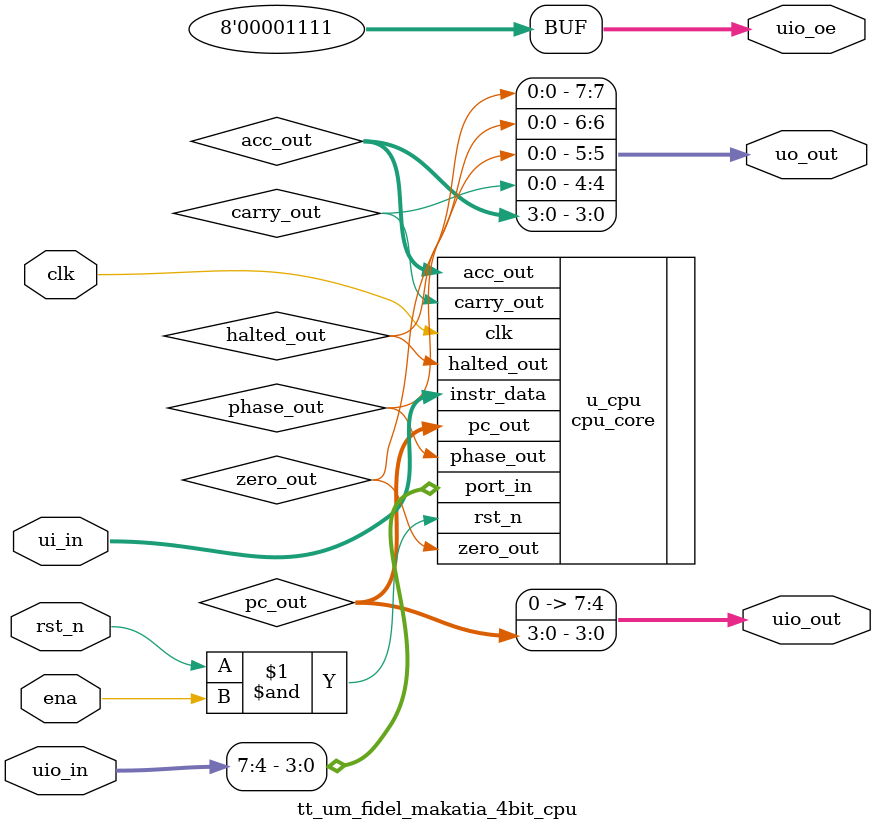
<source format=v>

module tt_um_fidel_makatia_4bit_cpu (
    input  wire       clk,
    input  wire       rst_n,
    input  wire       ena,
    input  wire [7:0] ui_in,
    output wire [7:0] uo_out,
    input  wire [7:0] uio_in,
    output wire [7:0] uio_out,
    output wire [7:0] uio_oe
);

    wire [3:0] pc_out;
    wire [3:0] acc_out;
    wire       carry_out;
    wire       zero_out;
    wire       halted_out;
    wire       phase_out;

    cpu_core u_cpu (
        .clk        (clk),
        .rst_n      (rst_n & ena),
        .instr_data (ui_in),
        .port_in    (uio_in[7:4]),
        .pc_out     (pc_out),
        .acc_out    (acc_out),
        .carry_out  (carry_out),
        .zero_out   (zero_out),
        .halted_out (halted_out),
        .phase_out  (phase_out)
    );

    // Output mapping
    assign uo_out[3:0] = acc_out;
    assign uo_out[4]   = carry_out;
    assign uo_out[5]   = zero_out;
    assign uo_out[6]   = halted_out;
    assign uo_out[7]   = phase_out;

    // Bidirectional: lower 4 = output (PC), upper 4 = input (port)
    assign uio_out[3:0] = pc_out;
    assign uio_out[7:4] = 4'b0000;
    assign uio_oe       = 8'b0000_1111;  // lower nibble output, upper nibble input

endmodule

</source>
